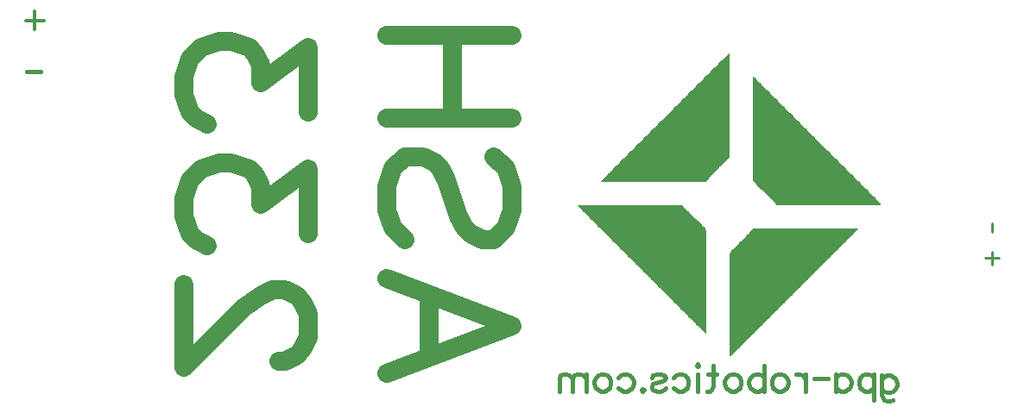
<source format=gbo>
G04 DipTrace 2.4.0.2*
%INBottomSilk.gbr*%
%MOIN*%
%ADD12C,0.003*%
%ADD47C,0.0154*%
%ADD107C,0.0124*%
%ADD108C,0.0093*%
%ADD109C,0.0741*%
%FSLAX44Y44*%
G04*
G70*
G90*
G75*
G01*
%LNBotSilk*%
%LPD*%
X31240Y20792D2*
D12*
X31270D1*
X31206Y20762D2*
X31270D1*
X31174Y20732D2*
X31270D1*
X31141Y20702D2*
X31270D1*
X31111Y20672D2*
X31270D1*
X31081Y20643D2*
X31270D1*
X31051Y20613D2*
X31270D1*
X31021Y20583D2*
X31270D1*
X30992Y20553D2*
X31270D1*
X30961Y20523D2*
X31270D1*
X30931Y20493D2*
X31270D1*
X30902Y20463D2*
X31270D1*
X30871Y20433D2*
X31270D1*
X30841Y20403D2*
X31270D1*
X30812Y20373D2*
X31270D1*
X30781Y20343D2*
X31270D1*
X30752Y20313D2*
X31270D1*
X30722Y20283D2*
X31270D1*
X30692Y20254D2*
X31270D1*
X30662Y20224D2*
X31270D1*
X30632Y20194D2*
X31270D1*
X30602Y20164D2*
X31270D1*
X30572Y20134D2*
X31270D1*
X30543Y20104D2*
X31270D1*
X30512Y20074D2*
X31270D1*
X30482Y20044D2*
X31270D1*
X30453Y20014D2*
X31270D1*
X30422Y19984D2*
X31270D1*
X30393Y19954D2*
X31270D1*
X30363Y19924D2*
X31270D1*
X30333Y19894D2*
X31270D1*
X32198D2*
D3*
X30303Y19865D2*
X31270D1*
X32198D2*
X32258D1*
X30273Y19835D2*
X31270D1*
X32198D2*
X32277D1*
X30243Y19805D2*
X31270D1*
X32198D2*
X32302D1*
X30215Y19775D2*
X31270D1*
X32198D2*
X32327D1*
X30191Y19745D2*
X31270D1*
X32198D2*
X32350D1*
X30166Y19715D2*
X31270D1*
X32198D2*
X32375D1*
X30136Y19685D2*
X31270D1*
X32198D2*
X32405D1*
X30101Y19655D2*
X31270D1*
X32198D2*
X32440D1*
X30067Y19625D2*
X31270D1*
X32198D2*
X32473D1*
X30036Y19595D2*
X31270D1*
X32198D2*
X32505D1*
X30004Y19565D2*
X31270D1*
X32198D2*
X32537D1*
X29974Y19535D2*
X31270D1*
X32198D2*
X32567D1*
X29944Y19506D2*
X31270D1*
X32198D2*
X32596D1*
X29914Y19476D2*
X31270D1*
X32198D2*
X32627D1*
X29884Y19446D2*
X31270D1*
X32198D2*
X32657D1*
X29855Y19416D2*
X31270D1*
X32198D2*
X32686D1*
X29824Y19386D2*
X31270D1*
X32198D2*
X32717D1*
X29794Y19356D2*
X31270D1*
X32198D2*
X32747D1*
X29765Y19326D2*
X31270D1*
X32198D2*
X32776D1*
X29734Y19296D2*
X31270D1*
X32198D2*
X32807D1*
X29704Y19266D2*
X31270D1*
X32198D2*
X32836D1*
X29675Y19236D2*
X31270D1*
X32198D2*
X32866D1*
X29644Y19206D2*
X31270D1*
X32198D2*
X32896D1*
X29615Y19176D2*
X31270D1*
X32198D2*
X32926D1*
X29585Y19146D2*
X31270D1*
X32198D2*
X32956D1*
X29555Y19117D2*
X31270D1*
X32198D2*
X32986D1*
X29525Y19087D2*
X31270D1*
X32198D2*
X33016D1*
X29495Y19057D2*
X31270D1*
X32198D2*
X33045D1*
X29465Y19027D2*
X31270D1*
X32198D2*
X33076D1*
X29435Y18997D2*
X31270D1*
X32198D2*
X33106D1*
X29406Y18967D2*
X31270D1*
X32198D2*
X33135D1*
X29375Y18937D2*
X31270D1*
X32198D2*
X33166D1*
X29345Y18907D2*
X31270D1*
X32198D2*
X33195D1*
X29316Y18877D2*
X31270D1*
X32198D2*
X33225D1*
X29285Y18847D2*
X31270D1*
X32198D2*
X33255D1*
X29256Y18817D2*
X31270D1*
X32198D2*
X33285D1*
X29226Y18787D2*
X31270D1*
X32198D2*
X33315D1*
X29196Y18757D2*
X31270D1*
X32198D2*
X33345D1*
X29166Y18728D2*
X31270D1*
X32198D2*
X33375D1*
X29136Y18698D2*
X31270D1*
X32198D2*
X33404D1*
X29106Y18668D2*
X31270D1*
X32198D2*
X33435D1*
X29076Y18638D2*
X31270D1*
X32198D2*
X33465D1*
X29047Y18608D2*
X31270D1*
X32198D2*
X33494D1*
X29016Y18578D2*
X31270D1*
X32198D2*
X33523D1*
X28988Y18548D2*
X31270D1*
X32198D2*
X33547D1*
X28964Y18518D2*
X31270D1*
X32198D2*
X33563D1*
X28940Y18488D2*
X31270D1*
X32198D2*
X33634D1*
X28909Y18458D2*
X31270D1*
X32198D2*
X33654D1*
X28874Y18428D2*
X31270D1*
X32198D2*
X33679D1*
X28841Y18398D2*
X31270D1*
X32198D2*
X33706D1*
X28809Y18369D2*
X31270D1*
X32198D2*
X33734D1*
X28777Y18339D2*
X31270D1*
X32198D2*
X33764D1*
X28747Y18309D2*
X31270D1*
X32198D2*
X33794D1*
X28718Y18279D2*
X31270D1*
X32198D2*
X33823D1*
X28687Y18249D2*
X31270D1*
X32198D2*
X33854D1*
X28657Y18219D2*
X31270D1*
X32198D2*
X33884D1*
X28628Y18189D2*
X31270D1*
X32198D2*
X33913D1*
X28597Y18159D2*
X31270D1*
X32198D2*
X33944D1*
X28567Y18129D2*
X31270D1*
X32198D2*
X33973D1*
X28538Y18099D2*
X31270D1*
X32198D2*
X34003D1*
X28507Y18069D2*
X31270D1*
X32198D2*
X34033D1*
X28478Y18039D2*
X31270D1*
X32198D2*
X34063D1*
X28448Y18009D2*
X31270D1*
X32198D2*
X34093D1*
X28418Y17980D2*
X31270D1*
X32198D2*
X34123D1*
X28388Y17950D2*
X31270D1*
X32198D2*
X34153D1*
X28358Y17920D2*
X31270D1*
X32198D2*
X34182D1*
X28328Y17890D2*
X31270D1*
X32198D2*
X34213D1*
X28298Y17860D2*
X31270D1*
X32198D2*
X34243D1*
X28269Y17830D2*
X31270D1*
X32198D2*
X34272D1*
X28238Y17800D2*
X31270D1*
X32198D2*
X34303D1*
X28208Y17770D2*
X31270D1*
X32198D2*
X34332D1*
X28179Y17740D2*
X31270D1*
X32198D2*
X34362D1*
X28148Y17710D2*
X31270D1*
X32198D2*
X34392D1*
X28119Y17680D2*
X31270D1*
X32198D2*
X34422D1*
X28089Y17650D2*
X31270D1*
X32198D2*
X34452D1*
X28059Y17620D2*
X31270D1*
X32198D2*
X34482D1*
X28029Y17591D2*
X31270D1*
X32198D2*
X34512D1*
X27999Y17561D2*
X31270D1*
X32198D2*
X34541D1*
X27969Y17531D2*
X31270D1*
X32198D2*
X34572D1*
X27939Y17501D2*
X31270D1*
X32198D2*
X34602D1*
X27910Y17471D2*
X31270D1*
X32198D2*
X34631D1*
X27879Y17441D2*
X31270D1*
X32198D2*
X34662D1*
X27851Y17411D2*
X31270D1*
X32198D2*
X34689D1*
X27827Y17381D2*
X31270D1*
X32198D2*
X34713D1*
X27803Y17351D2*
X31270D1*
X32198D2*
X34738D1*
X27772Y17321D2*
X31270D1*
X32198D2*
X34769D1*
X27737Y17291D2*
X31270D1*
X32198D2*
X34804D1*
X27704Y17261D2*
X31270D1*
X32198D2*
X34837D1*
X27672Y17231D2*
X31270D1*
X32198D2*
X34869D1*
X27640Y17202D2*
X31270D1*
X32198D2*
X34900D1*
X27610Y17172D2*
X31270D1*
X32198D2*
X34931D1*
X27581Y17142D2*
X31270D1*
X32198D2*
X34960D1*
X27550Y17112D2*
X31270D1*
X32198D2*
X34991D1*
X27520Y17082D2*
X31270D1*
X32198D2*
X35021D1*
X27491Y17052D2*
X31270D1*
X32198D2*
X35050D1*
X27460Y17022D2*
X31270D1*
X32198D2*
X35081D1*
X27430Y16992D2*
X31270D1*
X32198D2*
X35110D1*
X27401Y16962D2*
X31270D1*
X32198D2*
X35140D1*
X27370Y16932D2*
X31270D1*
X32198D2*
X35170D1*
X27341Y16902D2*
X31270D1*
X32198D2*
X35200D1*
X27311Y16872D2*
X31270D1*
X32198D2*
X35230D1*
X27281Y16843D2*
X31268D1*
X32198D2*
X35260D1*
X27251Y16813D2*
X31262D1*
X32198D2*
X35290D1*
X27221Y16783D2*
X31237D1*
X32198D2*
X35319D1*
X27191Y16753D2*
X31205D1*
X32198D2*
X35350D1*
X27161Y16723D2*
X31173D1*
X32198D2*
X35380D1*
X27132Y16693D2*
X31142D1*
X32198D2*
X35409D1*
X27101Y16663D2*
X31111D1*
X32198D2*
X35440D1*
X27071Y16633D2*
X31081D1*
X32198D2*
X35469D1*
X27042Y16603D2*
X31051D1*
X32198D2*
X35499D1*
X27011Y16573D2*
X31021D1*
X32198D2*
X35529D1*
X26982Y16543D2*
X30991D1*
X32198D2*
X35559D1*
X26952Y16513D2*
X30962D1*
X32198D2*
X35589D1*
X26922Y16483D2*
X30931D1*
X32198D2*
X35619D1*
X26892Y16454D2*
X30901D1*
X32198D2*
X35649D1*
X26862Y16424D2*
X30872D1*
X32198D2*
X35678D1*
X26832Y16394D2*
X30841D1*
X32198D2*
X35709D1*
X26802Y16364D2*
X30811D1*
X32198D2*
X35739D1*
X26773Y16334D2*
X30782D1*
X32198D2*
X35768D1*
X26742Y16304D2*
X30751D1*
X32198D2*
X35799D1*
X26712Y16274D2*
X30722D1*
X32198D2*
X35828D1*
X26683Y16244D2*
X30692D1*
X32198D2*
X35858D1*
X26652Y16214D2*
X30662D1*
X32198D2*
X35887D1*
X26625Y16184D2*
X30634D1*
X32198D2*
X35911D1*
X26601Y16154D2*
X30610D1*
X32198D2*
X35927D1*
X26576Y16124D2*
X30586D1*
X32198D2*
X35998D1*
X26545Y16094D2*
X30560D1*
X32198D2*
X36018D1*
X26510Y16065D2*
X30531D1*
X32198D2*
X36043D1*
X26477Y16035D2*
X30502D1*
X32198D2*
X36070D1*
X26445Y16005D2*
X30472D1*
X32198D2*
X36098D1*
X26414Y15975D2*
X30442D1*
X32198D2*
X36128D1*
X26385Y15945D2*
X30412D1*
X32199D2*
X36158D1*
X26359Y15915D2*
X30379D1*
X32203D2*
X36187D1*
X26333Y15885D2*
X30343D1*
X32213D2*
X36218D1*
X32229Y15855D2*
X36247D1*
X32252Y15825D2*
X36277D1*
X32280Y15795D2*
X36307D1*
X32308Y15765D2*
X36337D1*
X32338Y15735D2*
X36367D1*
X32368Y15706D2*
X36397D1*
X32398Y15676D2*
X36427D1*
X32432Y15646D2*
X36456D1*
X32469Y15616D2*
X36487D1*
X32503Y15586D2*
X36517D1*
X32535Y15556D2*
X36546D1*
X32567Y15526D2*
X36577D1*
X32597Y15496D2*
X36606D1*
X32626Y15466D2*
X36636D1*
X32657Y15436D2*
X36666D1*
X32687Y15406D2*
X36696D1*
X32716Y15376D2*
X36726D1*
X32747Y15346D2*
X36756D1*
X32777Y15317D2*
X36786D1*
X32806Y15287D2*
X36815D1*
X32837Y15257D2*
X36846D1*
X32866Y15227D2*
X36876D1*
X32896Y15197D2*
X36905D1*
X32926Y15167D2*
X36936D1*
X32956Y15137D2*
X36965D1*
X32985Y15107D2*
X36995D1*
X33016Y15077D2*
X37025D1*
X33043Y15047D2*
X37053D1*
X33065Y15017D2*
X37075D1*
X33082Y14987D2*
X37092D1*
X33096Y14957D2*
X37105D1*
X25436Y14928D2*
X29445D1*
X25460Y14898D2*
X29469D1*
X25487Y14868D2*
X29497D1*
X25517Y14838D2*
X29526D1*
X25545Y14808D2*
X29555D1*
X25575Y14778D2*
X29585D1*
X25606Y14748D2*
X29615D1*
X25635Y14718D2*
X29644D1*
X25665Y14688D2*
X29674D1*
X25695Y14658D2*
X29705D1*
X25725Y14628D2*
X29734D1*
X25755Y14598D2*
X29764D1*
X25785Y14569D2*
X29795D1*
X25814Y14539D2*
X29824D1*
X25845Y14509D2*
X29854D1*
X25875Y14479D2*
X29884D1*
X25904Y14449D2*
X29914D1*
X25934Y14419D2*
X29944D1*
X25965Y14389D2*
X29974D1*
X25994Y14359D2*
X30005D1*
X26024Y14329D2*
X30038D1*
X26054Y14299D2*
X30075D1*
X26084Y14269D2*
X30109D1*
X26114Y14239D2*
X30141D1*
X26144Y14209D2*
X30173D1*
X26173Y14180D2*
X30203D1*
X26204Y14150D2*
X30233D1*
X26234Y14120D2*
X30263D1*
X26263Y14090D2*
X30291D1*
X26293Y14060D2*
X30312D1*
X26324Y14030D2*
X30327D1*
X32198D2*
X36207D1*
X26353Y14000D2*
X30336D1*
X32163D2*
X36183D1*
X26383Y13970D2*
X30340D1*
X32131D2*
X36156D1*
X26414Y13940D2*
X30342D1*
X32099D2*
X36126D1*
X26444Y13910D2*
X30342D1*
X32069D2*
X36098D1*
X26478Y13880D2*
X30343D1*
X32039D2*
X36068D1*
X26514Y13850D2*
X30343D1*
X32008D2*
X36038D1*
X26546Y13820D2*
X30343D1*
X31981D2*
X36009D1*
X26573Y13791D2*
X30343D1*
X31957D2*
X35981D1*
X26598Y13761D2*
X30343D1*
X31933D2*
X35951D1*
X26625Y13731D2*
X30343D1*
X31906D2*
X35920D1*
X26654Y13701D2*
X30343D1*
X31877D2*
X35889D1*
X26683Y13671D2*
X30343D1*
X31849D2*
X35859D1*
X26712Y13641D2*
X30343D1*
X31819D2*
X35829D1*
X26743Y13611D2*
X30343D1*
X31789D2*
X35798D1*
X26772Y13581D2*
X30343D1*
X31759D2*
X35769D1*
X26802Y13551D2*
X30343D1*
X31729D2*
X35739D1*
X26832Y13521D2*
X30343D1*
X31699D2*
X35708D1*
X26862Y13491D2*
X30343D1*
X31670D2*
X35679D1*
X26892Y13461D2*
X30343D1*
X31640D2*
X35649D1*
X26922Y13431D2*
X30343D1*
X31609D2*
X35619D1*
X26951Y13402D2*
X30343D1*
X31580D2*
X35589D1*
X26982Y13372D2*
X30343D1*
X31550D2*
X35559D1*
X27012Y13342D2*
X30343D1*
X31519D2*
X35529D1*
X27041Y13312D2*
X30343D1*
X31490D2*
X35500D1*
X27071Y13282D2*
X30343D1*
X31460D2*
X35469D1*
X27102Y13252D2*
X30343D1*
X31430D2*
X35439D1*
X27131Y13222D2*
X30343D1*
X31400D2*
X35410D1*
X27161Y13192D2*
X30343D1*
X31370D2*
X35380D1*
X27192Y13162D2*
X30343D1*
X31342D2*
X35349D1*
X27221Y13132D2*
X30343D1*
X31318D2*
X35320D1*
X27251Y13102D2*
X30343D1*
X31309D2*
X35290D1*
X27281Y13072D2*
X30343D1*
X31304D2*
X35259D1*
X27311Y13043D2*
X30343D1*
X31302D2*
X35230D1*
X27341Y13013D2*
X30343D1*
X31301D2*
X35200D1*
X27371Y12983D2*
X30343D1*
X31300D2*
X35170D1*
X27400Y12953D2*
X30343D1*
X31300D2*
X35140D1*
X27430Y12923D2*
X30343D1*
X31300D2*
X35110D1*
X27461Y12893D2*
X30343D1*
X31300D2*
X35080D1*
X27490Y12863D2*
X30343D1*
X31300D2*
X35051D1*
X27520Y12833D2*
X30343D1*
X31300D2*
X35021D1*
X27551Y12803D2*
X30343D1*
X31300D2*
X34990D1*
X27580Y12773D2*
X30343D1*
X31300D2*
X34961D1*
X27610Y12743D2*
X30343D1*
X31300D2*
X34931D1*
X27640Y12713D2*
X30343D1*
X31300D2*
X34901D1*
X27669Y12683D2*
X30343D1*
X31300D2*
X34872D1*
X27697Y12654D2*
X30343D1*
X31300D2*
X34844D1*
X27727Y12624D2*
X30343D1*
X31300D2*
X34814D1*
X27758Y12594D2*
X30343D1*
X31300D2*
X34783D1*
X27789Y12564D2*
X30343D1*
X31300D2*
X34752D1*
X27819Y12534D2*
X30343D1*
X31300D2*
X34722D1*
X27849Y12504D2*
X30343D1*
X31300D2*
X34692D1*
X27880Y12474D2*
X30343D1*
X31300D2*
X34661D1*
X27909Y12444D2*
X30343D1*
X31300D2*
X34632D1*
X27939Y12414D2*
X30343D1*
X31300D2*
X34602D1*
X27969Y12384D2*
X30343D1*
X31300D2*
X34571D1*
X27999Y12354D2*
X30343D1*
X31300D2*
X34542D1*
X28029Y12324D2*
X30343D1*
X31300D2*
X34512D1*
X28059Y12294D2*
X30343D1*
X31300D2*
X34482D1*
X28088Y12265D2*
X30343D1*
X31300D2*
X34452D1*
X28119Y12235D2*
X30343D1*
X31300D2*
X34422D1*
X28149Y12205D2*
X30343D1*
X31300D2*
X34392D1*
X28178Y12175D2*
X30343D1*
X31300D2*
X34363D1*
X28208Y12145D2*
X30343D1*
X31300D2*
X34332D1*
X28239Y12115D2*
X30343D1*
X31300D2*
X34302D1*
X28268Y12085D2*
X30343D1*
X31300D2*
X34273D1*
X28298Y12055D2*
X30343D1*
X31300D2*
X34243D1*
X28329Y12025D2*
X30343D1*
X31300D2*
X34212D1*
X28358Y11995D2*
X30343D1*
X31300D2*
X34183D1*
X28388Y11965D2*
X30343D1*
X31300D2*
X34153D1*
X28418Y11935D2*
X30343D1*
X31300D2*
X34122D1*
X28448Y11906D2*
X30343D1*
X31300D2*
X34093D1*
X28478Y11876D2*
X30343D1*
X31300D2*
X34063D1*
X28508Y11846D2*
X30343D1*
X31300D2*
X34033D1*
X28537Y11816D2*
X30343D1*
X31300D2*
X34003D1*
X28567Y11786D2*
X30343D1*
X31300D2*
X33973D1*
X28598Y11756D2*
X30343D1*
X31300D2*
X33943D1*
X28627Y11726D2*
X30343D1*
X31300D2*
X33914D1*
X28657Y11696D2*
X30343D1*
X31300D2*
X33884D1*
X28688Y11666D2*
X30343D1*
X31300D2*
X33853D1*
X28717Y11636D2*
X30343D1*
X31300D2*
X33824D1*
X28747Y11606D2*
X30343D1*
X31300D2*
X33794D1*
X28777Y11576D2*
X30343D1*
X31300D2*
X33763D1*
X28808Y11546D2*
X30343D1*
X31300D2*
X33734D1*
X28842Y11517D2*
X30343D1*
X31300D2*
X33704D1*
X28878Y11487D2*
X30343D1*
X31300D2*
X33674D1*
X28910Y11457D2*
X30343D1*
X31300D2*
X33645D1*
X28937Y11427D2*
X30343D1*
X31300D2*
X33617D1*
X28961Y11397D2*
X30343D1*
X31300D2*
X33587D1*
X28989Y11367D2*
X30343D1*
X31300D2*
X33556D1*
X29018Y11337D2*
X30343D1*
X31300D2*
X33525D1*
X29046Y11307D2*
X30343D1*
X31300D2*
X33495D1*
X29076Y11277D2*
X30343D1*
X31300D2*
X33465D1*
X29107Y11247D2*
X30343D1*
X31300D2*
X33434D1*
X29136Y11217D2*
X30343D1*
X31300D2*
X33405D1*
X29166Y11187D2*
X30343D1*
X31300D2*
X33375D1*
X29196Y11157D2*
X30343D1*
X31300D2*
X33345D1*
X29225Y11128D2*
X30343D1*
X31300D2*
X33315D1*
X29256Y11098D2*
X30343D1*
X31300D2*
X33285D1*
X29286Y11068D2*
X30343D1*
X31300D2*
X33255D1*
X29315Y11038D2*
X30343D1*
X31300D2*
X33226D1*
X29345Y11008D2*
X30343D1*
X31300D2*
X33195D1*
X29376Y10978D2*
X30343D1*
X31300D2*
X33165D1*
X29405Y10948D2*
X30343D1*
X31300D2*
X33136D1*
X29435Y10918D2*
X30343D1*
X31300D2*
X33106D1*
X29466Y10888D2*
X30343D1*
X31300D2*
X33075D1*
X29495Y10858D2*
X30343D1*
X31300D2*
X33046D1*
X29525Y10828D2*
X30343D1*
X31300D2*
X33016D1*
X29555Y10798D2*
X30343D1*
X31300D2*
X32985D1*
X29585Y10769D2*
X30343D1*
X31300D2*
X32956D1*
X29615Y10739D2*
X30343D1*
X31300D2*
X32926D1*
X29645Y10709D2*
X30343D1*
X31300D2*
X32896D1*
X29674Y10679D2*
X30343D1*
X31300D2*
X32866D1*
X29704Y10649D2*
X30343D1*
X31300D2*
X32836D1*
X29735Y10619D2*
X30343D1*
X31300D2*
X32806D1*
X29764Y10589D2*
X30343D1*
X31300D2*
X32777D1*
X29794Y10559D2*
X30343D1*
X31300D2*
X32747D1*
X29825Y10529D2*
X30343D1*
X31300D2*
X32716D1*
X29854Y10499D2*
X30343D1*
X31300D2*
X32687D1*
X29884Y10469D2*
X30343D1*
X31300D2*
X32657D1*
X29914Y10439D2*
X30343D1*
X31300D2*
X32626D1*
X29944Y10409D2*
X30343D1*
X31300D2*
X32597D1*
X29974Y10380D2*
X30343D1*
X31300D2*
X32567D1*
X30004Y10350D2*
X30343D1*
X31300D2*
X32537D1*
X30032Y10320D2*
X30343D1*
X31300D2*
X32508D1*
X30061Y10290D2*
X30343D1*
X31300D2*
X32480D1*
X30090Y10260D2*
X30343D1*
X31300D2*
X32450D1*
X30122Y10230D2*
X30343D1*
X31300D2*
X32419D1*
X30153Y10200D2*
X30343D1*
X31300D2*
X32388D1*
X30183Y10170D2*
X30343D1*
X31300D2*
X32358D1*
X30213Y10140D2*
X30343D1*
X31300D2*
X32328D1*
X30243Y10110D2*
X30343D1*
X31300D2*
X32297D1*
X30273Y10080D2*
X30343D1*
X31300D2*
X32268D1*
X30306Y10050D2*
X30343D1*
X31300D2*
X32238D1*
X30343Y10020D2*
D3*
X31300D2*
X32208D1*
X31300Y9991D2*
X32178D1*
X31300Y9961D2*
X32148D1*
X31300Y9931D2*
X32118D1*
X31300Y9901D2*
X32089D1*
X31300Y9871D2*
X32058D1*
X31300Y9841D2*
X32028D1*
X31300Y9811D2*
X31999D1*
X31300Y9781D2*
X31969D1*
X31300Y9751D2*
X31938D1*
X31300Y9721D2*
X31909D1*
X31300Y9691D2*
X31879D1*
X31300Y9661D2*
X31848D1*
X31300Y9631D2*
X31819D1*
X31300Y9602D2*
X31789D1*
X31300Y9572D2*
X31759D1*
X31300Y9542D2*
X31729D1*
X31300Y9512D2*
X31699D1*
X31300Y9482D2*
X31669D1*
X31300Y9452D2*
X31640D1*
X31300Y9422D2*
X31610D1*
X31300Y9392D2*
X31579D1*
X31300Y9362D2*
X31550D1*
X31300Y9332D2*
X31520D1*
X31300Y9302D2*
X31489D1*
X31300Y9272D2*
X31460D1*
X31300Y9243D2*
X31430D1*
X31300Y9213D2*
X31400D1*
X31300Y9183D2*
X31370D1*
X31300Y9153D2*
X31337D1*
X31300Y9123D2*
D3*
X31240Y20792D2*
X31206Y20762D1*
X31174Y20732D1*
X31141Y20702D1*
X31111Y20672D1*
X31081Y20643D1*
X31051Y20613D1*
X31021Y20583D1*
X30992Y20553D1*
X30961Y20523D1*
X30931Y20493D1*
X30902Y20463D1*
X30871Y20433D1*
X30841Y20403D1*
X30812Y20373D1*
X30781Y20343D1*
X30752Y20313D1*
X30722Y20283D1*
X30692Y20254D1*
X30662Y20224D1*
X30632Y20194D1*
X30602Y20164D1*
X30572Y20134D1*
X30543Y20104D1*
X30512Y20074D1*
X30482Y20044D1*
X30453Y20014D1*
X30422Y19984D1*
X30393Y19954D1*
X30363Y19924D1*
X30333Y19894D1*
X30303Y19865D1*
X30273Y19835D1*
X30243Y19805D1*
X30215Y19775D1*
X30191Y19745D1*
X30166Y19715D1*
X30136Y19685D1*
X30101Y19655D1*
X30067Y19625D1*
X30036Y19595D1*
X30004Y19565D1*
X29974Y19535D1*
X29944Y19506D1*
X29914Y19476D1*
X29884Y19446D1*
X29855Y19416D1*
X29824Y19386D1*
X29794Y19356D1*
X29765Y19326D1*
X29734Y19296D1*
X29704Y19266D1*
X29675Y19236D1*
X29644Y19206D1*
X29615Y19176D1*
X29585Y19146D1*
X29555Y19117D1*
X29525Y19087D1*
X29495Y19057D1*
X29465Y19027D1*
X29435Y18997D1*
X29406Y18967D1*
X29375Y18937D1*
X29345Y18907D1*
X29316Y18877D1*
X29285Y18847D1*
X29256Y18817D1*
X29226Y18787D1*
X29196Y18757D1*
X29166Y18728D1*
X29136Y18698D1*
X29106Y18668D1*
X29076Y18638D1*
X29047Y18608D1*
X29016Y18578D1*
X28988Y18548D1*
X28964Y18518D1*
X28940Y18488D1*
X28909Y18458D1*
X28874Y18428D1*
X28841Y18398D1*
X28809Y18369D1*
X28777Y18339D1*
X28747Y18309D1*
X28718Y18279D1*
X28687Y18249D1*
X28657Y18219D1*
X28628Y18189D1*
X28597Y18159D1*
X28567Y18129D1*
X28538Y18099D1*
X28507Y18069D1*
X28478Y18039D1*
X28448Y18009D1*
X28418Y17980D1*
X28388Y17950D1*
X28358Y17920D1*
X28328Y17890D1*
X28298Y17860D1*
X28269Y17830D1*
X28238Y17800D1*
X28208Y17770D1*
X28179Y17740D1*
X28148Y17710D1*
X28119Y17680D1*
X28089Y17650D1*
X28059Y17620D1*
X28029Y17591D1*
X27999Y17561D1*
X27969Y17531D1*
X27939Y17501D1*
X27910Y17471D1*
X27879Y17441D1*
X27851Y17411D1*
X27827Y17381D1*
X27803Y17351D1*
X27772Y17321D1*
X27737Y17291D1*
X27704Y17261D1*
X27672Y17231D1*
X27640Y17202D1*
X27610Y17172D1*
X27581Y17142D1*
X27550Y17112D1*
X27520Y17082D1*
X27491Y17052D1*
X27460Y17022D1*
X27430Y16992D1*
X27401Y16962D1*
X27370Y16932D1*
X27341Y16902D1*
X27311Y16872D1*
X27281Y16843D1*
X27251Y16813D1*
X27221Y16783D1*
X27191Y16753D1*
X27161Y16723D1*
X27132Y16693D1*
X27101Y16663D1*
X27071Y16633D1*
X27042Y16603D1*
X27011Y16573D1*
X26982Y16543D1*
X26952Y16513D1*
X26922Y16483D1*
X26892Y16454D1*
X26862Y16424D1*
X26832Y16394D1*
X26802Y16364D1*
X26773Y16334D1*
X26742Y16304D1*
X26712Y16274D1*
X26683Y16244D1*
X26652Y16214D1*
X26625Y16184D1*
X26601Y16154D1*
X26576Y16124D1*
X26545Y16094D1*
X26510Y16065D1*
X26477Y16035D1*
X26445Y16005D1*
X26414Y15975D1*
X26385Y15945D1*
X26359Y15915D1*
X26333Y15885D1*
X31270Y20792D2*
Y20762D1*
Y20732D1*
Y20702D1*
Y20672D1*
Y20643D1*
Y20613D1*
Y20583D1*
Y20553D1*
Y20523D1*
Y20493D1*
Y20463D1*
Y20433D1*
Y20403D1*
Y20373D1*
Y20343D1*
Y20313D1*
Y20283D1*
Y20254D1*
Y20224D1*
Y20194D1*
Y20164D1*
Y20134D1*
Y20104D1*
Y20074D1*
Y20044D1*
Y20014D1*
Y19984D1*
Y19954D1*
Y19924D1*
Y19894D1*
Y19865D1*
Y19835D1*
Y19805D1*
Y19775D1*
Y19745D1*
Y19715D1*
Y19685D1*
Y19655D1*
Y19625D1*
Y19595D1*
Y19565D1*
Y19535D1*
Y19506D1*
Y19476D1*
Y19446D1*
Y19416D1*
Y19386D1*
Y19356D1*
Y19326D1*
Y19296D1*
Y19266D1*
Y19236D1*
Y19206D1*
Y19176D1*
Y19146D1*
Y19117D1*
Y19087D1*
Y19057D1*
Y19027D1*
Y18997D1*
Y18967D1*
Y18937D1*
Y18907D1*
Y18877D1*
Y18847D1*
Y18817D1*
Y18787D1*
Y18757D1*
Y18728D1*
Y18698D1*
Y18668D1*
Y18638D1*
Y18608D1*
Y18578D1*
Y18548D1*
Y18518D1*
Y18488D1*
Y18458D1*
Y18428D1*
Y18398D1*
Y18369D1*
Y18339D1*
Y18309D1*
Y18279D1*
Y18249D1*
Y18219D1*
Y18189D1*
Y18159D1*
Y18129D1*
Y18099D1*
Y18069D1*
Y18039D1*
Y18009D1*
Y17980D1*
Y17950D1*
Y17920D1*
Y17890D1*
Y17860D1*
Y17830D1*
Y17800D1*
Y17770D1*
Y17740D1*
Y17710D1*
Y17680D1*
Y17650D1*
Y17620D1*
Y17591D1*
Y17561D1*
Y17531D1*
Y17501D1*
Y17471D1*
Y17441D1*
Y17411D1*
Y17381D1*
Y17351D1*
Y17321D1*
Y17291D1*
Y17261D1*
Y17231D1*
Y17202D1*
Y17172D1*
Y17142D1*
Y17112D1*
Y17082D1*
Y17052D1*
Y17022D1*
Y16992D1*
Y16962D1*
Y16932D1*
Y16902D1*
Y16872D1*
X31268Y16843D1*
X31262Y16813D1*
X31237Y16783D1*
X31205Y16753D1*
X31173Y16723D1*
X31142Y16693D1*
X31111Y16663D1*
X31081Y16633D1*
X31051Y16603D1*
X31021Y16573D1*
X30991Y16543D1*
X30962Y16513D1*
X30931Y16483D1*
X30901Y16454D1*
X30872Y16424D1*
X30841Y16394D1*
X30811Y16364D1*
X30782Y16334D1*
X30751Y16304D1*
X30722Y16274D1*
X30692Y16244D1*
X30662Y16214D1*
X30634Y16184D1*
X30610Y16154D1*
X30586Y16124D1*
X30560Y16094D1*
X30531Y16065D1*
X30502Y16035D1*
X30472Y16005D1*
X30442Y15975D1*
X30412Y15945D1*
X30379Y15915D1*
X30343Y15885D1*
X32198Y19894D2*
Y19865D1*
Y19835D1*
Y19805D1*
Y19775D1*
Y19745D1*
Y19715D1*
Y19685D1*
Y19655D1*
Y19625D1*
Y19595D1*
Y19565D1*
Y19535D1*
Y19506D1*
Y19476D1*
Y19446D1*
Y19416D1*
Y19386D1*
Y19356D1*
Y19326D1*
Y19296D1*
Y19266D1*
Y19236D1*
Y19206D1*
Y19176D1*
Y19146D1*
Y19117D1*
Y19087D1*
Y19057D1*
Y19027D1*
Y18997D1*
Y18967D1*
Y18937D1*
Y18907D1*
Y18877D1*
Y18847D1*
Y18817D1*
Y18787D1*
Y18757D1*
Y18728D1*
Y18698D1*
Y18668D1*
Y18638D1*
Y18608D1*
Y18578D1*
Y18548D1*
Y18518D1*
Y18488D1*
Y18458D1*
Y18428D1*
Y18398D1*
Y18369D1*
Y18339D1*
Y18309D1*
Y18279D1*
Y18249D1*
Y18219D1*
Y18189D1*
Y18159D1*
Y18129D1*
Y18099D1*
Y18069D1*
Y18039D1*
Y18009D1*
Y17980D1*
Y17950D1*
Y17920D1*
Y17890D1*
Y17860D1*
Y17830D1*
Y17800D1*
Y17770D1*
Y17740D1*
Y17710D1*
Y17680D1*
Y17650D1*
Y17620D1*
Y17591D1*
Y17561D1*
Y17531D1*
Y17501D1*
Y17471D1*
Y17441D1*
Y17411D1*
Y17381D1*
Y17351D1*
Y17321D1*
Y17291D1*
Y17261D1*
Y17231D1*
Y17202D1*
Y17172D1*
Y17142D1*
Y17112D1*
Y17082D1*
Y17052D1*
Y17022D1*
Y16992D1*
Y16962D1*
Y16932D1*
Y16902D1*
Y16872D1*
Y16843D1*
Y16813D1*
Y16783D1*
Y16753D1*
Y16723D1*
Y16693D1*
Y16663D1*
Y16633D1*
Y16603D1*
Y16573D1*
Y16543D1*
Y16513D1*
Y16483D1*
Y16454D1*
Y16424D1*
Y16394D1*
Y16364D1*
Y16334D1*
Y16304D1*
Y16274D1*
Y16244D1*
Y16214D1*
Y16184D1*
Y16154D1*
Y16124D1*
Y16094D1*
Y16065D1*
Y16035D1*
Y16005D1*
Y15975D1*
X32199Y15945D1*
X32203Y15915D1*
X32213Y15885D1*
X32229Y15855D1*
X32252Y15825D1*
X32280Y15795D1*
X32308Y15765D1*
X32338Y15735D1*
X32368Y15706D1*
X32398Y15676D1*
X32432Y15646D1*
X32469Y15616D1*
X32503Y15586D1*
X32535Y15556D1*
X32567Y15526D1*
X32597Y15496D1*
X32626Y15466D1*
X32657Y15436D1*
X32687Y15406D1*
X32716Y15376D1*
X32747Y15346D1*
X32777Y15317D1*
X32806Y15287D1*
X32837Y15257D1*
X32866Y15227D1*
X32896Y15197D1*
X32926Y15167D1*
X32956Y15137D1*
X32985Y15107D1*
X33016Y15077D1*
X33043Y15047D1*
X33065Y15017D1*
X33082Y14987D1*
X33096Y14957D1*
X32258Y19865D2*
X32277Y19835D1*
X32302Y19805D1*
X32327Y19775D1*
X32350Y19745D1*
X32375Y19715D1*
X32405Y19685D1*
X32440Y19655D1*
X32473Y19625D1*
X32505Y19595D1*
X32537Y19565D1*
X32567Y19535D1*
X32596Y19506D1*
X32627Y19476D1*
X32657Y19446D1*
X32686Y19416D1*
X32717Y19386D1*
X32747Y19356D1*
X32776Y19326D1*
X32807Y19296D1*
X32836Y19266D1*
X32866Y19236D1*
X32896Y19206D1*
X32926Y19176D1*
X32956Y19146D1*
X32986Y19117D1*
X33016Y19087D1*
X33045Y19057D1*
X33076Y19027D1*
X33106Y18997D1*
X33135Y18967D1*
X33166Y18937D1*
X33195Y18907D1*
X33225Y18877D1*
X33255Y18847D1*
X33285Y18817D1*
X33315Y18787D1*
X33345Y18757D1*
X33375Y18728D1*
X33404Y18698D1*
X33435Y18668D1*
X33465Y18638D1*
X33494Y18608D1*
X33523Y18578D1*
X33547Y18548D1*
X33563Y18518D1*
X33574Y18488D1*
X33634D1*
X33654Y18458D1*
X33679Y18428D1*
X33706Y18398D1*
X33734Y18369D1*
X33764Y18339D1*
X33794Y18309D1*
X33823Y18279D1*
X33854Y18249D1*
X33884Y18219D1*
X33913Y18189D1*
X33944Y18159D1*
X33973Y18129D1*
X34003Y18099D1*
X34033Y18069D1*
X34063Y18039D1*
X34093Y18009D1*
X34123Y17980D1*
X34153Y17950D1*
X34182Y17920D1*
X34213Y17890D1*
X34243Y17860D1*
X34272Y17830D1*
X34303Y17800D1*
X34332Y17770D1*
X34362Y17740D1*
X34392Y17710D1*
X34422Y17680D1*
X34452Y17650D1*
X34482Y17620D1*
X34512Y17591D1*
X34541Y17561D1*
X34572Y17531D1*
X34602Y17501D1*
X34631Y17471D1*
X34662Y17441D1*
X34689Y17411D1*
X34713Y17381D1*
X34738Y17351D1*
X34769Y17321D1*
X34804Y17291D1*
X34837Y17261D1*
X34869Y17231D1*
X34900Y17202D1*
X34931Y17172D1*
X34960Y17142D1*
X34991Y17112D1*
X35021Y17082D1*
X35050Y17052D1*
X35081Y17022D1*
X35110Y16992D1*
X35140Y16962D1*
X35170Y16932D1*
X35200Y16902D1*
X35230Y16872D1*
X35260Y16843D1*
X35290Y16813D1*
X35319Y16783D1*
X35350Y16753D1*
X35380Y16723D1*
X35409Y16693D1*
X35440Y16663D1*
X35469Y16633D1*
X35499Y16603D1*
X35529Y16573D1*
X35559Y16543D1*
X35589Y16513D1*
X35619Y16483D1*
X35649Y16454D1*
X35678Y16424D1*
X35709Y16394D1*
X35739Y16364D1*
X35768Y16334D1*
X35799Y16304D1*
X35828Y16274D1*
X35858Y16244D1*
X35887Y16214D1*
X35911Y16184D1*
X35927Y16154D1*
X35938Y16124D1*
X35998D1*
X36018Y16094D1*
X36043Y16065D1*
X36070Y16035D1*
X36098Y16005D1*
X36128Y15975D1*
X36158Y15945D1*
X36187Y15915D1*
X36218Y15885D1*
X36247Y15855D1*
X36277Y15825D1*
X36307Y15795D1*
X36337Y15765D1*
X36367Y15735D1*
X36397Y15706D1*
X36427Y15676D1*
X36456Y15646D1*
X36487Y15616D1*
X36517Y15586D1*
X36546Y15556D1*
X36577Y15526D1*
X36606Y15496D1*
X36636Y15466D1*
X36666Y15436D1*
X36696Y15406D1*
X36726Y15376D1*
X36756Y15346D1*
X36786Y15317D1*
X36815Y15287D1*
X36846Y15257D1*
X36876Y15227D1*
X36905Y15197D1*
X36936Y15167D1*
X36965Y15137D1*
X36995Y15107D1*
X37025Y15077D1*
X37053Y15047D1*
X37075Y15017D1*
X37092Y14987D1*
X37105Y14957D1*
X25436Y14928D2*
X25460Y14898D1*
X25487Y14868D1*
X25517Y14838D1*
X25545Y14808D1*
X25575Y14778D1*
X25606Y14748D1*
X25635Y14718D1*
X25665Y14688D1*
X25695Y14658D1*
X25725Y14628D1*
X25755Y14598D1*
X25785Y14569D1*
X25814Y14539D1*
X25845Y14509D1*
X25875Y14479D1*
X25904Y14449D1*
X25934Y14419D1*
X25965Y14389D1*
X25994Y14359D1*
X26024Y14329D1*
X26054Y14299D1*
X26084Y14269D1*
X26114Y14239D1*
X26144Y14209D1*
X26173Y14180D1*
X26204Y14150D1*
X26234Y14120D1*
X26263Y14090D1*
X26293Y14060D1*
X26324Y14030D1*
X26353Y14000D1*
X26383Y13970D1*
X26414Y13940D1*
X26444Y13910D1*
X26478Y13880D1*
X26514Y13850D1*
X26546Y13820D1*
X26573Y13791D1*
X26598Y13761D1*
X26625Y13731D1*
X26654Y13701D1*
X26683Y13671D1*
X26712Y13641D1*
X26743Y13611D1*
X26772Y13581D1*
X26802Y13551D1*
X26832Y13521D1*
X26862Y13491D1*
X26892Y13461D1*
X26922Y13431D1*
X26951Y13402D1*
X26982Y13372D1*
X27012Y13342D1*
X27041Y13312D1*
X27071Y13282D1*
X27102Y13252D1*
X27131Y13222D1*
X27161Y13192D1*
X27192Y13162D1*
X27221Y13132D1*
X27251Y13102D1*
X27281Y13072D1*
X27311Y13043D1*
X27341Y13013D1*
X27371Y12983D1*
X27400Y12953D1*
X27430Y12923D1*
X27461Y12893D1*
X27490Y12863D1*
X27520Y12833D1*
X27551Y12803D1*
X27580Y12773D1*
X27610Y12743D1*
X27640Y12713D1*
X27669Y12683D1*
X27697Y12654D1*
X27727Y12624D1*
X27758Y12594D1*
X27789Y12564D1*
X27819Y12534D1*
X27849Y12504D1*
X27880Y12474D1*
X27909Y12444D1*
X27939Y12414D1*
X27969Y12384D1*
X27999Y12354D1*
X28029Y12324D1*
X28059Y12294D1*
X28088Y12265D1*
X28119Y12235D1*
X28149Y12205D1*
X28178Y12175D1*
X28208Y12145D1*
X28239Y12115D1*
X28268Y12085D1*
X28298Y12055D1*
X28329Y12025D1*
X28358Y11995D1*
X28388Y11965D1*
X28418Y11935D1*
X28448Y11906D1*
X28478Y11876D1*
X28508Y11846D1*
X28537Y11816D1*
X28567Y11786D1*
X28598Y11756D1*
X28627Y11726D1*
X28657Y11696D1*
X28688Y11666D1*
X28717Y11636D1*
X28747Y11606D1*
X28777Y11576D1*
X28808Y11546D1*
X28842Y11517D1*
X28878Y11487D1*
X28910Y11457D1*
X28937Y11427D1*
X28961Y11397D1*
X28989Y11367D1*
X29018Y11337D1*
X29046Y11307D1*
X29076Y11277D1*
X29107Y11247D1*
X29136Y11217D1*
X29166Y11187D1*
X29196Y11157D1*
X29225Y11128D1*
X29256Y11098D1*
X29286Y11068D1*
X29315Y11038D1*
X29345Y11008D1*
X29376Y10978D1*
X29405Y10948D1*
X29435Y10918D1*
X29466Y10888D1*
X29495Y10858D1*
X29525Y10828D1*
X29555Y10798D1*
X29585Y10769D1*
X29615Y10739D1*
X29645Y10709D1*
X29674Y10679D1*
X29704Y10649D1*
X29735Y10619D1*
X29764Y10589D1*
X29794Y10559D1*
X29825Y10529D1*
X29854Y10499D1*
X29884Y10469D1*
X29914Y10439D1*
X29944Y10409D1*
X29974Y10380D1*
X30004Y10350D1*
X30032Y10320D1*
X30061Y10290D1*
X30090Y10260D1*
X30122Y10230D1*
X30153Y10200D1*
X30183Y10170D1*
X30213Y10140D1*
X30243Y10110D1*
X30273Y10080D1*
X30306Y10050D1*
X30343Y10020D1*
X29445Y14928D2*
X29469Y14898D1*
X29497Y14868D1*
X29526Y14838D1*
X29555Y14808D1*
X29585Y14778D1*
X29615Y14748D1*
X29644Y14718D1*
X29674Y14688D1*
X29705Y14658D1*
X29734Y14628D1*
X29764Y14598D1*
X29795Y14569D1*
X29824Y14539D1*
X29854Y14509D1*
X29884Y14479D1*
X29914Y14449D1*
X29944Y14419D1*
X29974Y14389D1*
X30005Y14359D1*
X30038Y14329D1*
X30075Y14299D1*
X30109Y14269D1*
X30141Y14239D1*
X30173Y14209D1*
X30203Y14180D1*
X30233Y14150D1*
X30263Y14120D1*
X30291Y14090D1*
X30312Y14060D1*
X30327Y14030D1*
X30336Y14000D1*
X30340Y13970D1*
X30342Y13940D1*
Y13910D1*
X30343Y13880D1*
Y13850D1*
Y13820D1*
Y13791D1*
Y13761D1*
Y13731D1*
Y13701D1*
Y13671D1*
Y13641D1*
Y13611D1*
Y13581D1*
Y13551D1*
Y13521D1*
Y13491D1*
Y13461D1*
Y13431D1*
Y13402D1*
Y13372D1*
Y13342D1*
Y13312D1*
Y13282D1*
Y13252D1*
Y13222D1*
Y13192D1*
Y13162D1*
Y13132D1*
Y13102D1*
Y13072D1*
Y13043D1*
Y13013D1*
Y12983D1*
Y12953D1*
Y12923D1*
Y12893D1*
Y12863D1*
Y12833D1*
Y12803D1*
Y12773D1*
Y12743D1*
Y12713D1*
Y12683D1*
Y12654D1*
Y12624D1*
Y12594D1*
Y12564D1*
Y12534D1*
Y12504D1*
Y12474D1*
Y12444D1*
Y12414D1*
Y12384D1*
Y12354D1*
Y12324D1*
Y12294D1*
Y12265D1*
Y12235D1*
Y12205D1*
Y12175D1*
Y12145D1*
Y12115D1*
Y12085D1*
Y12055D1*
Y12025D1*
Y11995D1*
Y11965D1*
Y11935D1*
Y11906D1*
Y11876D1*
Y11846D1*
Y11816D1*
Y11786D1*
Y11756D1*
Y11726D1*
Y11696D1*
Y11666D1*
Y11636D1*
Y11606D1*
Y11576D1*
Y11546D1*
Y11517D1*
Y11487D1*
Y11457D1*
Y11427D1*
Y11397D1*
Y11367D1*
Y11337D1*
Y11307D1*
Y11277D1*
Y11247D1*
Y11217D1*
Y11187D1*
Y11157D1*
Y11128D1*
Y11098D1*
Y11068D1*
Y11038D1*
Y11008D1*
Y10978D1*
Y10948D1*
Y10918D1*
Y10888D1*
Y10858D1*
Y10828D1*
Y10798D1*
Y10769D1*
Y10739D1*
Y10709D1*
Y10679D1*
Y10649D1*
Y10619D1*
Y10589D1*
Y10559D1*
Y10529D1*
Y10499D1*
Y10469D1*
Y10439D1*
Y10409D1*
Y10380D1*
Y10350D1*
Y10320D1*
Y10290D1*
Y10260D1*
Y10230D1*
Y10200D1*
Y10170D1*
Y10140D1*
Y10110D1*
Y10080D1*
Y10050D1*
Y10020D1*
X32198Y14030D2*
X32163Y14000D1*
X32131Y13970D1*
X32099Y13940D1*
X32069Y13910D1*
X32039Y13880D1*
X32008Y13850D1*
X31981Y13820D1*
X31957Y13791D1*
X31933Y13761D1*
X31906Y13731D1*
X31877Y13701D1*
X31849Y13671D1*
X31819Y13641D1*
X31789Y13611D1*
X31759Y13581D1*
X31729Y13551D1*
X31699Y13521D1*
X31670Y13491D1*
X31640Y13461D1*
X31609Y13431D1*
X31580Y13402D1*
X31550Y13372D1*
X31519Y13342D1*
X31490Y13312D1*
X31460Y13282D1*
X31430Y13252D1*
X31400Y13222D1*
X31370Y13192D1*
X31342Y13162D1*
X31318Y13132D1*
X31309Y13102D1*
X31304Y13072D1*
X31302Y13043D1*
X31301Y13013D1*
X31300Y12983D1*
Y12953D1*
Y12923D1*
Y12893D1*
Y12863D1*
Y12833D1*
Y12803D1*
Y12773D1*
Y12743D1*
Y12713D1*
Y12683D1*
Y12654D1*
Y12624D1*
Y12594D1*
Y12564D1*
Y12534D1*
Y12504D1*
Y12474D1*
Y12444D1*
Y12414D1*
Y12384D1*
Y12354D1*
Y12324D1*
Y12294D1*
Y12265D1*
Y12235D1*
Y12205D1*
Y12175D1*
Y12145D1*
Y12115D1*
Y12085D1*
Y12055D1*
Y12025D1*
Y11995D1*
Y11965D1*
Y11935D1*
Y11906D1*
Y11876D1*
Y11846D1*
Y11816D1*
Y11786D1*
Y11756D1*
Y11726D1*
Y11696D1*
Y11666D1*
Y11636D1*
Y11606D1*
Y11576D1*
Y11546D1*
Y11517D1*
Y11487D1*
Y11457D1*
Y11427D1*
Y11397D1*
Y11367D1*
Y11337D1*
Y11307D1*
Y11277D1*
Y11247D1*
Y11217D1*
Y11187D1*
Y11157D1*
Y11128D1*
Y11098D1*
Y11068D1*
Y11038D1*
Y11008D1*
Y10978D1*
Y10948D1*
Y10918D1*
Y10888D1*
Y10858D1*
Y10828D1*
Y10798D1*
Y10769D1*
Y10739D1*
Y10709D1*
Y10679D1*
Y10649D1*
Y10619D1*
Y10589D1*
Y10559D1*
Y10529D1*
Y10499D1*
Y10469D1*
Y10439D1*
Y10409D1*
Y10380D1*
Y10350D1*
Y10320D1*
Y10290D1*
Y10260D1*
Y10230D1*
Y10200D1*
Y10170D1*
Y10140D1*
Y10110D1*
Y10080D1*
Y10050D1*
Y10020D1*
Y9991D1*
Y9961D1*
Y9931D1*
Y9901D1*
Y9871D1*
Y9841D1*
Y9811D1*
Y9781D1*
Y9751D1*
Y9721D1*
Y9691D1*
Y9661D1*
Y9631D1*
Y9602D1*
Y9572D1*
Y9542D1*
Y9512D1*
Y9482D1*
Y9452D1*
Y9422D1*
Y9392D1*
Y9362D1*
Y9332D1*
Y9302D1*
Y9272D1*
Y9243D1*
Y9213D1*
Y9183D1*
Y9153D1*
Y9123D1*
X36207Y14030D2*
X36183Y14000D1*
X36156Y13970D1*
X36126Y13940D1*
X36098Y13910D1*
X36068Y13880D1*
X36038Y13850D1*
X36009Y13820D1*
X35981Y13791D1*
X35951Y13761D1*
X35920Y13731D1*
X35889Y13701D1*
X35859Y13671D1*
X35829Y13641D1*
X35798Y13611D1*
X35769Y13581D1*
X35739Y13551D1*
X35708Y13521D1*
X35679Y13491D1*
X35649Y13461D1*
X35619Y13431D1*
X35589Y13402D1*
X35559Y13372D1*
X35529Y13342D1*
X35500Y13312D1*
X35469Y13282D1*
X35439Y13252D1*
X35410Y13222D1*
X35380Y13192D1*
X35349Y13162D1*
X35320Y13132D1*
X35290Y13102D1*
X35259Y13072D1*
X35230Y13043D1*
X35200Y13013D1*
X35170Y12983D1*
X35140Y12953D1*
X35110Y12923D1*
X35080Y12893D1*
X35051Y12863D1*
X35021Y12833D1*
X34990Y12803D1*
X34961Y12773D1*
X34931Y12743D1*
X34901Y12713D1*
X34872Y12683D1*
X34844Y12654D1*
X34814Y12624D1*
X34783Y12594D1*
X34752Y12564D1*
X34722Y12534D1*
X34692Y12504D1*
X34661Y12474D1*
X34632Y12444D1*
X34602Y12414D1*
X34571Y12384D1*
X34542Y12354D1*
X34512Y12324D1*
X34482Y12294D1*
X34452Y12265D1*
X34422Y12235D1*
X34392Y12205D1*
X34363Y12175D1*
X34332Y12145D1*
X34302Y12115D1*
X34273Y12085D1*
X34243Y12055D1*
X34212Y12025D1*
X34183Y11995D1*
X34153Y11965D1*
X34122Y11935D1*
X34093Y11906D1*
X34063Y11876D1*
X34033Y11846D1*
X34003Y11816D1*
X33973Y11786D1*
X33943Y11756D1*
X33914Y11726D1*
X33884Y11696D1*
X33853Y11666D1*
X33824Y11636D1*
X33794Y11606D1*
X33763Y11576D1*
X33734Y11546D1*
X33704Y11517D1*
X33674Y11487D1*
X33645Y11457D1*
X33617Y11427D1*
X33587Y11397D1*
X33556Y11367D1*
X33525Y11337D1*
X33495Y11307D1*
X33465Y11277D1*
X33434Y11247D1*
X33405Y11217D1*
X33375Y11187D1*
X33345Y11157D1*
X33315Y11128D1*
X33285Y11098D1*
X33255Y11068D1*
X33226Y11038D1*
X33195Y11008D1*
X33165Y10978D1*
X33136Y10948D1*
X33106Y10918D1*
X33075Y10888D1*
X33046Y10858D1*
X33016Y10828D1*
X32985Y10798D1*
X32956Y10769D1*
X32926Y10739D1*
X32896Y10709D1*
X32866Y10679D1*
X32836Y10649D1*
X32806Y10619D1*
X32777Y10589D1*
X32747Y10559D1*
X32716Y10529D1*
X32687Y10499D1*
X32657Y10469D1*
X32626Y10439D1*
X32597Y10409D1*
X32567Y10380D1*
X32537Y10350D1*
X32508Y10320D1*
X32480Y10290D1*
X32450Y10260D1*
X32419Y10230D1*
X32388Y10200D1*
X32358Y10170D1*
X32328Y10140D1*
X32297Y10110D1*
X32268Y10080D1*
X32238Y10050D1*
X32208Y10020D1*
X32178Y9991D1*
X32148Y9961D1*
X32118Y9931D1*
X32089Y9901D1*
X32058Y9871D1*
X32028Y9841D1*
X31999Y9811D1*
X31969Y9781D1*
X31938Y9751D1*
X31909Y9721D1*
X31879Y9691D1*
X31848Y9661D1*
X31819Y9631D1*
X31789Y9602D1*
X31759Y9572D1*
X31729Y9542D1*
X31699Y9512D1*
X31669Y9482D1*
X31640Y9452D1*
X31610Y9422D1*
X31579Y9392D1*
X31550Y9362D1*
X31520Y9332D1*
X31489Y9302D1*
X31460Y9272D1*
X31430Y9243D1*
X31400Y9213D1*
X31370Y9183D1*
X31337Y9153D1*
X31300Y9123D1*
X4694Y20095D2*
D47*
X4141D1*
X4471Y22421D2*
D107*
Y21732D1*
X4815Y22076D2*
X4126D1*
X41678Y12888D2*
D108*
X41161D1*
X41419Y12630D2*
Y13147D1*
X41420Y13915D2*
Y14247D1*
X37170Y8365D2*
D47*
Y7599D1*
X37217Y7457D1*
X37265Y7408D1*
X37361Y7361D1*
X37505D1*
X37600Y7408D1*
X37170Y8222D2*
X37265Y8317D1*
X37361Y8365D1*
X37505D1*
X37600Y8317D1*
X37696Y8222D1*
X37744Y8078D1*
Y7982D1*
X37696Y7839D1*
X37600Y7743D1*
X37505Y7696D1*
X37361D1*
X37265Y7743D1*
X37170Y7839D1*
X36861Y8413D2*
Y7408D1*
Y8269D2*
X36765Y8364D1*
X36670Y8413D1*
X36526D1*
X36430Y8364D1*
X36335Y8269D1*
X36286Y8126D1*
Y8029D1*
X36335Y7887D1*
X36430Y7791D1*
X36526Y7743D1*
X36670D1*
X36765Y7791D1*
X36861Y7887D1*
X35404Y8413D2*
Y7743D1*
Y8269D2*
X35499Y8365D1*
X35595Y8413D1*
X35738D1*
X35834Y8365D1*
X35929Y8269D1*
X35978Y8126D1*
Y8030D1*
X35929Y7887D1*
X35834Y7792D1*
X35738Y7743D1*
X35595D1*
X35499Y7792D1*
X35404Y7887D1*
X35095Y8245D2*
X34542D1*
X34234Y8413D2*
Y7743D1*
Y8126D2*
X34185Y8269D1*
X34090Y8365D1*
X33994Y8413D1*
X33850D1*
X33302D2*
X33398Y8365D1*
X33494Y8269D1*
X33541Y8126D1*
Y8030D1*
X33494Y7887D1*
X33398Y7792D1*
X33302Y7743D1*
X33159D1*
X33063Y7792D1*
X32968Y7887D1*
X32919Y8030D1*
Y8126D1*
X32968Y8269D1*
X33063Y8365D1*
X33159Y8413D1*
X33302D1*
X32610Y8748D2*
Y7743D1*
Y8269D2*
X32514Y8365D1*
X32419Y8413D1*
X32275D1*
X32180Y8365D1*
X32084Y8269D1*
X32036Y8126D1*
Y8030D1*
X32084Y7887D1*
X32180Y7792D1*
X32275Y7743D1*
X32419D1*
X32514Y7792D1*
X32610Y7887D1*
X31489Y8413D2*
X31584Y8365D1*
X31680Y8269D1*
X31728Y8126D1*
Y8030D1*
X31680Y7887D1*
X31584Y7792D1*
X31489Y7743D1*
X31345D1*
X31249Y7792D1*
X31154Y7887D1*
X31105Y8030D1*
Y8126D1*
X31154Y8269D1*
X31249Y8365D1*
X31345Y8413D1*
X31489D1*
X30653Y8748D2*
Y7934D1*
X30605Y7792D1*
X30509Y7743D1*
X30414D1*
X30797Y8413D2*
X30462D1*
X30105Y8748D2*
X30058Y8700D1*
X30009Y8748D1*
X30058Y8796D1*
X30105Y8748D1*
X30058Y8413D2*
Y7743D1*
X29126Y8269D2*
X29222Y8365D1*
X29318Y8413D1*
X29460D1*
X29557Y8365D1*
X29652Y8269D1*
X29700Y8126D1*
Y8030D1*
X29652Y7887D1*
X29557Y7792D1*
X29460Y7743D1*
X29318D1*
X29222Y7792D1*
X29126Y7887D1*
X28291Y8269D2*
X28338Y8365D1*
X28482Y8413D1*
X28625D1*
X28769Y8365D1*
X28817Y8269D1*
X28769Y8174D1*
X28673Y8126D1*
X28434Y8078D1*
X28338Y8030D1*
X28291Y7934D1*
Y7887D1*
X28338Y7792D1*
X28482Y7743D1*
X28625D1*
X28769Y7792D1*
X28817Y7887D1*
X27934Y7839D2*
X27982Y7791D1*
X27934Y7743D1*
X27886Y7791D1*
X27934Y7839D1*
X27002Y8269D2*
X27098Y8365D1*
X27194Y8413D1*
X27337D1*
X27433Y8365D1*
X27528Y8269D1*
X27577Y8126D1*
Y8030D1*
X27528Y7887D1*
X27433Y7792D1*
X27337Y7743D1*
X27194D1*
X27098Y7792D1*
X27002Y7887D1*
X26454Y8413D2*
X26550Y8365D1*
X26646Y8269D1*
X26693Y8126D1*
Y8030D1*
X26646Y7887D1*
X26550Y7792D1*
X26454Y7743D1*
X26311D1*
X26215Y7792D1*
X26120Y7887D1*
X26071Y8030D1*
Y8126D1*
X26120Y8269D1*
X26215Y8365D1*
X26311Y8413D1*
X26454D1*
X25762D2*
Y7743D1*
Y8222D2*
X25618Y8365D1*
X25522Y8413D1*
X25380D1*
X25283Y8365D1*
X25236Y8222D1*
Y7743D1*
Y8222D2*
X25092Y8365D1*
X24996Y8413D1*
X24853D1*
X24757Y8365D1*
X24709Y8222D1*
Y7743D1*
X18068Y12118D2*
D109*
X22891Y10277D1*
X18068Y8441D1*
X19676Y9131D2*
Y11428D1*
X22202Y16816D2*
X22663Y16359D1*
X22891Y15670D1*
Y14752D1*
X22663Y14062D1*
X22202Y13600D1*
X21745D1*
X21284Y13834D1*
X21055Y14062D1*
X20827Y14518D1*
X20366Y15898D1*
X20138Y16359D1*
X19904Y16588D1*
X19448Y16816D1*
X18758D1*
X18302Y16359D1*
X18068Y15670D1*
Y14752D1*
X18302Y14062D1*
X18758Y13600D1*
X22891Y18298D2*
X18068D1*
X22891Y21513D2*
X18068D1*
X20594Y18298D2*
Y21513D1*
X13885Y8904D2*
X14113D1*
X14574Y9132D1*
X14802Y9360D1*
X15031Y9822D1*
Y10739D1*
X14802Y11196D1*
X14574Y11424D1*
X14113Y11657D1*
X13656D1*
X13195Y11424D1*
X12510Y10968D1*
X10213Y8670D1*
Y11885D1*
X15031Y13829D2*
Y16350D1*
X13195Y14975D1*
Y15665D1*
X12967Y16121D1*
X12739Y16350D1*
X12049Y16583D1*
X11592D1*
X10903Y16350D1*
X10441Y15893D1*
X10213Y15203D1*
Y14514D1*
X10441Y13829D1*
X10675Y13601D1*
X11131Y13368D1*
X15031Y18527D2*
Y21047D1*
X13195Y19673D1*
Y20363D1*
X12967Y20819D1*
X12739Y21047D1*
X12049Y21281D1*
X11592D1*
X10903Y21047D1*
X10441Y20591D1*
X10213Y19901D1*
Y19211D1*
X10441Y18527D1*
X10675Y18299D1*
X11131Y18065D1*
M02*

</source>
